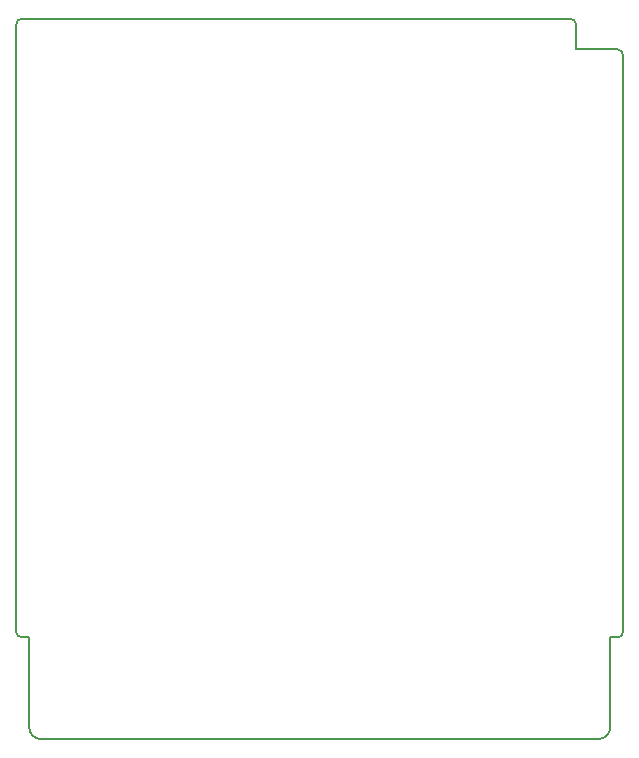
<source format=gbr>
G04 #@! TF.GenerationSoftware,KiCad,Pcbnew,5.1.5-52549c5~84~ubuntu19.10.1*
G04 #@! TF.CreationDate,2020-02-14T21:32:01+02:00*
G04 #@! TF.ProjectId,GB-MBCTEST,47422d4d-4243-4544-9553-542e6b696361,v1.1*
G04 #@! TF.SameCoordinates,Original*
G04 #@! TF.FileFunction,Paste,Bot*
G04 #@! TF.FilePolarity,Positive*
%FSLAX46Y46*%
G04 Gerber Fmt 4.6, Leading zero omitted, Abs format (unit mm)*
G04 Created by KiCad (PCBNEW 5.1.5-52549c5~84~ubuntu19.10.1) date 2020-02-14 21:32:01*
%MOMM*%
%LPD*%
G04 APERTURE LIST*
%ADD10C,0.150000*%
G04 APERTURE END LIST*
D10*
X125700000Y-90900000D02*
G75*
G02X125200000Y-91400000I-500000J0D01*
G01*
X125200000Y-41600000D02*
G75*
G02X125700000Y-42100000I0J-500000D01*
G01*
X125200000Y-41600000D02*
X121700000Y-41600000D01*
X125700000Y-90900000D02*
X125700000Y-42100000D01*
X124600000Y-91400000D02*
X125200000Y-91400000D01*
X74800000Y-91400000D02*
G75*
G02X74300000Y-90900000I0J500000D01*
G01*
X74300000Y-39500000D02*
G75*
G02X74800000Y-39000000I500000J0D01*
G01*
X121200000Y-39000000D02*
G75*
G02X121700000Y-39500000I0J-500000D01*
G01*
X76400000Y-100000000D02*
G75*
G02X75400000Y-99000000I0J1000000D01*
G01*
X124600000Y-99000000D02*
G75*
G02X123600000Y-100000000I-1000000J0D01*
G01*
X121700000Y-39500000D02*
X121700000Y-41600000D01*
X74800000Y-39000000D02*
X121200000Y-39000000D01*
X74300000Y-90900000D02*
X74300000Y-39500000D01*
X75400000Y-91400000D02*
X74800000Y-91400000D01*
X75400000Y-99000000D02*
X75400000Y-91400000D01*
X124600000Y-99000000D02*
X124600000Y-91400000D01*
X76400000Y-100000000D02*
X123600000Y-100000000D01*
M02*

</source>
